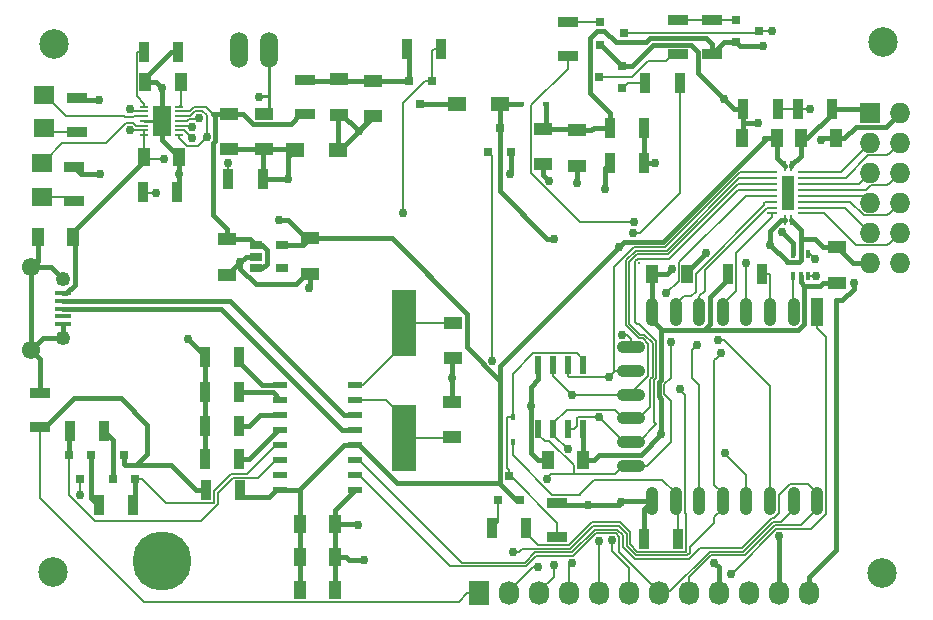
<source format=gtl>
G04 #@! TF.FileFunction,Copper,L1,Top,Signal*
%FSLAX46Y46*%
G04 Gerber Fmt 4.6, Leading zero omitted, Abs format (unit mm)*
G04 Created by KiCad (PCBNEW (2015-07-29 BZR 6016)-product) date Sat 12 Mar 2016 01:35:20 AM PST*
%MOMM*%
G01*
G04 APERTURE LIST*
%ADD10C,0.150000*%
%ADD11R,0.900000X1.700000*%
%ADD12C,2.500000*%
%ADD13R,1.143000X0.508000*%
%ADD14R,1.600000X1.000000*%
%ADD15O,1.506220X3.014980*%
%ADD16R,1.350000X0.400000*%
%ADD17C,1.250000*%
%ADD18C,1.550000*%
%ADD19R,0.600000X1.550000*%
%ADD20O,2.400000X1.100000*%
%ADD21R,1.100000X2.400000*%
%ADD22O,1.100000X2.400000*%
%ADD23R,0.590000X0.450000*%
%ADD24R,1.000000X1.600000*%
%ADD25R,1.600200X1.198880*%
%ADD26R,1.727200X2.032000*%
%ADD27O,1.727200X2.032000*%
%ADD28R,1.727200X1.727200*%
%ADD29O,1.727200X1.727200*%
%ADD30R,1.700000X0.900000*%
%ADD31R,2.100580X5.600700*%
%ADD32R,0.240000X0.900000*%
%ADD33R,0.900000X0.240000*%
%ADD34R,1.000000X2.900000*%
%ADD35R,1.800860X1.597660*%
%ADD36R,0.450000X0.590000*%
%ADD37R,0.800100X0.800100*%
%ADD38R,1.060000X0.650000*%
%ADD39R,0.700000X0.200000*%
%ADD40R,1.650000X2.500000*%
%ADD41R,0.398780X0.749300*%
%ADD42C,5.000000*%
%ADD43C,0.762000*%
%ADD44C,0.152400*%
%ADD45C,0.381000*%
%ADD46C,0.254000*%
G04 APERTURE END LIST*
D10*
D11*
X103750000Y-81200000D03*
X106650000Y-81200000D03*
D12*
X124000000Y-39100000D03*
X123900000Y-84100000D03*
X53700000Y-84000000D03*
X53800000Y-39300000D03*
D13*
X72925000Y-77045000D03*
X72925000Y-74505000D03*
X72925000Y-73235000D03*
X72925000Y-71965000D03*
X72925000Y-70695000D03*
X72925000Y-69425000D03*
X72925000Y-68155000D03*
X79275000Y-68155000D03*
X79275000Y-69425000D03*
X79275000Y-70695000D03*
X79275000Y-71965000D03*
X79275000Y-73235000D03*
X79275000Y-74505000D03*
X79275000Y-75775000D03*
X79275000Y-77045000D03*
X72925000Y-75775000D03*
D11*
X66550000Y-68800000D03*
X69450000Y-68800000D03*
D14*
X68450000Y-55850000D03*
X68450000Y-58850000D03*
D15*
X71970000Y-39800000D03*
X69430000Y-39800000D03*
D16*
X54562540Y-60399100D03*
X54562540Y-61049100D03*
X54562540Y-61699100D03*
X54562540Y-62349100D03*
X54562540Y-62999100D03*
D17*
X54562540Y-59199100D03*
X54562540Y-64199100D03*
D18*
X51862540Y-58199100D03*
X51862540Y-65199100D03*
D19*
X98605000Y-66500000D03*
X97335000Y-66500000D03*
X96065000Y-66500000D03*
X94795000Y-66500000D03*
X94795000Y-71900000D03*
X96065000Y-71900000D03*
X97335000Y-71900000D03*
X98605000Y-71900000D03*
D20*
X102650000Y-64990000D03*
X102650000Y-66990000D03*
X102650000Y-68990000D03*
X102650000Y-70990000D03*
X102650000Y-72990000D03*
X102650000Y-74990000D03*
D21*
X118400000Y-62000000D03*
D22*
X116400000Y-62000000D03*
X114400000Y-62000000D03*
X112400000Y-62000000D03*
X110400000Y-62000000D03*
X108400000Y-62000000D03*
X106400000Y-62000000D03*
X104400000Y-62000000D03*
X104400000Y-78000000D03*
X106400000Y-78000000D03*
X108400000Y-78000000D03*
X110400000Y-78000000D03*
X112400000Y-78000000D03*
X114400000Y-78000000D03*
X116400000Y-78000000D03*
X118400000Y-78000000D03*
D23*
X95455000Y-44400000D03*
X93345000Y-44400000D03*
D14*
X75450000Y-55750000D03*
X75450000Y-58750000D03*
D24*
X74600000Y-79900000D03*
X77600000Y-79900000D03*
X104400000Y-58800000D03*
X107400000Y-58800000D03*
X95600000Y-74500000D03*
X98600000Y-74500000D03*
X112000000Y-47300000D03*
X115000000Y-47300000D03*
X55400000Y-55600000D03*
X52400000Y-55600000D03*
D14*
X80800000Y-42400000D03*
X80800000Y-45400000D03*
D24*
X74600000Y-82700000D03*
X77600000Y-82700000D03*
X74600000Y-85500000D03*
X77600000Y-85500000D03*
D14*
X98100000Y-46600000D03*
X98100000Y-49600000D03*
X120100000Y-59500000D03*
X120100000Y-56500000D03*
X77900000Y-42300000D03*
X77900000Y-45300000D03*
X87500000Y-72600000D03*
X87500000Y-69600000D03*
X87600000Y-62900000D03*
X87600000Y-65900000D03*
X95200000Y-46500000D03*
X95200000Y-49500000D03*
D25*
X87899140Y-44400000D03*
X91500860Y-44400000D03*
D26*
X89800000Y-85800000D03*
D27*
X92340000Y-85800000D03*
X94880000Y-85800000D03*
X97420000Y-85800000D03*
X99960000Y-85800000D03*
X102500000Y-85800000D03*
X105040000Y-85800000D03*
X107580000Y-85800000D03*
X110120000Y-85800000D03*
X112660000Y-85800000D03*
X115200000Y-85800000D03*
X117740000Y-85800000D03*
D28*
X122900000Y-45100000D03*
D29*
X125440000Y-45100000D03*
X122900000Y-47640000D03*
X125440000Y-47640000D03*
X122900000Y-50180000D03*
X125440000Y-50180000D03*
X122900000Y-52720000D03*
X125440000Y-52720000D03*
X122900000Y-55260000D03*
X125440000Y-55260000D03*
X122900000Y-57800000D03*
X125440000Y-57800000D03*
D11*
X69550000Y-77100000D03*
X66650000Y-77100000D03*
X110850000Y-58800000D03*
X113750000Y-58800000D03*
D30*
X75000000Y-45250000D03*
X75000000Y-42350000D03*
D11*
X86550000Y-39700000D03*
X83650000Y-39700000D03*
X66550000Y-74400000D03*
X69450000Y-74400000D03*
X100850000Y-46400000D03*
X103750000Y-46400000D03*
X103750000Y-49400000D03*
X100850000Y-49400000D03*
X66550000Y-71600000D03*
X69450000Y-71600000D03*
X103850000Y-42600000D03*
X106750000Y-42600000D03*
D30*
X106600000Y-37250000D03*
X106600000Y-40150000D03*
X97300000Y-37450000D03*
X97300000Y-40350000D03*
X109500000Y-40150000D03*
X109500000Y-37250000D03*
D11*
X112150000Y-44800000D03*
X115050000Y-44800000D03*
X116750000Y-44800000D03*
X119650000Y-44800000D03*
X66550000Y-65800000D03*
X69450000Y-65800000D03*
X58050000Y-72100000D03*
X55150000Y-72100000D03*
X57550000Y-78300000D03*
X60450000Y-78300000D03*
D31*
X83400000Y-72648860D03*
X83400000Y-62951140D03*
D32*
X115650000Y-49600000D03*
X116150000Y-49600000D03*
D33*
X117200000Y-50150000D03*
X117200000Y-50650000D03*
X117200000Y-51150000D03*
X117200000Y-51650000D03*
X117200000Y-52150000D03*
X117200000Y-52650000D03*
X117200000Y-53150000D03*
X117200000Y-53650000D03*
D32*
X116150000Y-54200000D03*
X115650000Y-54200000D03*
D33*
X114600000Y-53650000D03*
X114600000Y-53150000D03*
X114600000Y-52650000D03*
X114600000Y-52150000D03*
X114600000Y-51650000D03*
X114600000Y-51150000D03*
X114600000Y-50650000D03*
X114600000Y-50150000D03*
D34*
X115900000Y-51900000D03*
D24*
X117000000Y-47300000D03*
X120000000Y-47300000D03*
X61400000Y-48900000D03*
X64400000Y-48900000D03*
X64500000Y-42500000D03*
X61500000Y-42500000D03*
D14*
X68600000Y-45200000D03*
X68600000Y-48200000D03*
X71600000Y-45200000D03*
X71600000Y-48200000D03*
D35*
X52900000Y-46419860D03*
X52900000Y-43580140D03*
X52800000Y-52219860D03*
X52800000Y-49380140D03*
D36*
X92600000Y-70845000D03*
X92600000Y-72955000D03*
D25*
X77800860Y-48300000D03*
X74199140Y-48300000D03*
D37*
X101900760Y-43050000D03*
X101900760Y-41150000D03*
X99901780Y-42100000D03*
X111499240Y-37250000D03*
X111499240Y-39150000D03*
X113498220Y-38200000D03*
X99999240Y-37450000D03*
X99999240Y-39350000D03*
X101998220Y-38400000D03*
X85750000Y-42399240D03*
X83850000Y-42399240D03*
X84800000Y-44398220D03*
X90550000Y-48400760D03*
X92450000Y-48400760D03*
X91500000Y-46401780D03*
X91350000Y-77900760D03*
X93250000Y-77900760D03*
X92300000Y-75901780D03*
X58750000Y-76100760D03*
X60650000Y-76100760D03*
X59700000Y-74101780D03*
X56950000Y-74099240D03*
X55050000Y-74099240D03*
X56000000Y-76098220D03*
D11*
X61400000Y-40000000D03*
X64300000Y-40000000D03*
X61300000Y-51800000D03*
X64200000Y-51800000D03*
X68550000Y-50700000D03*
X71450000Y-50700000D03*
D30*
X55700000Y-43850000D03*
X55700000Y-46750000D03*
X55500000Y-49700000D03*
X55500000Y-52600000D03*
D11*
X93750000Y-80300000D03*
X90850000Y-80300000D03*
D30*
X96400000Y-81050000D03*
X96400000Y-78150000D03*
D38*
X70900000Y-56350000D03*
X70900000Y-57300000D03*
X70900000Y-58250000D03*
X73100000Y-58250000D03*
X73100000Y-56350000D03*
D39*
X61400000Y-44600000D03*
X61400000Y-45000000D03*
X61400000Y-45400000D03*
X61400000Y-45800000D03*
X61400000Y-46200000D03*
X61400000Y-46600000D03*
X61400000Y-47000000D03*
X64400000Y-47000000D03*
X64400000Y-46600000D03*
X64400000Y-46200000D03*
X64400000Y-45800000D03*
X64400000Y-45400000D03*
X64400000Y-45000000D03*
X64400000Y-44600000D03*
D40*
X62900000Y-45800000D03*
D41*
X117650240Y-57050040D03*
X117000000Y-57050040D03*
X116349760Y-57050040D03*
X116349760Y-58949960D03*
X117000000Y-58949960D03*
X117650240Y-58949960D03*
D30*
X52600000Y-68850000D03*
X52600000Y-71750000D03*
D42*
X62900000Y-83100000D03*
D43*
X72800000Y-54200006D03*
X106061779Y-58381019D03*
X101599976Y-56500000D03*
X105200000Y-72352765D03*
X109700000Y-83200000D03*
X57600000Y-44000000D03*
X57700000Y-50300000D03*
X98983800Y-78300000D03*
X101800004Y-78100000D03*
X62900000Y-43019000D03*
X64400000Y-50322480D03*
X109000000Y-57000000D03*
X110475898Y-43956898D03*
X80000000Y-83000000D03*
X79500000Y-80000000D03*
X87500000Y-67546756D03*
X65100000Y-64300000D03*
X75400000Y-60000000D03*
X69529063Y-57770937D03*
X73600000Y-50700000D03*
X94152099Y-69934759D03*
X114400000Y-56300000D03*
X118700000Y-47400000D03*
X113400000Y-46000000D03*
X106763500Y-68542321D03*
X101873247Y-63935379D03*
X113800000Y-39500000D03*
X121500000Y-59500000D03*
X102822033Y-55265720D03*
X108200000Y-64800000D03*
X92600000Y-82300000D03*
X56000000Y-77500000D03*
X110268439Y-65490380D03*
X118300000Y-58900000D03*
X102900220Y-54354657D03*
X110000000Y-64400000D03*
X115400000Y-55200000D03*
X104626414Y-49372935D03*
X117800000Y-44800000D03*
X118200000Y-57500000D03*
X115200000Y-80977740D03*
X96100000Y-55800000D03*
X101031979Y-81320579D03*
X100800000Y-67500000D03*
X97600004Y-69000000D03*
X97595109Y-83252649D03*
X97300000Y-73600000D03*
X96100000Y-83400000D03*
X99900000Y-81399996D03*
X99900000Y-70900000D03*
X94783210Y-83619238D03*
X106000000Y-64500000D03*
X105600000Y-60400000D03*
X95490380Y-76100000D03*
X111099996Y-84200000D03*
X83300000Y-53600000D03*
X112400000Y-57800000D03*
X110561551Y-73954750D03*
X90900000Y-66100000D03*
X114600000Y-38200000D03*
X66719221Y-47179836D03*
X71100000Y-43800000D03*
X60199992Y-44800000D03*
X60200000Y-46600000D03*
X63100000Y-49000000D03*
X65500000Y-47300000D03*
X95725325Y-50874675D03*
X79614405Y-46687115D03*
X100459558Y-51534766D03*
X92400000Y-50300000D03*
X98100000Y-51100000D03*
X65495076Y-46285602D03*
X62400000Y-51900000D03*
X66036383Y-45548625D03*
X68500000Y-49400000D03*
D44*
X103328601Y-57771399D02*
X103300000Y-57800000D01*
X66682956Y-44634214D02*
X67248742Y-45200000D01*
X65251732Y-45000000D02*
X65617518Y-44634214D01*
D45*
X67248742Y-53767742D02*
X68450000Y-54969000D01*
X67443122Y-47527309D02*
X67248742Y-47721689D01*
X67443122Y-45394380D02*
X67443122Y-47527309D01*
D44*
X64400000Y-45000000D02*
X65251732Y-45000000D01*
D45*
X67248742Y-47721689D02*
X67248742Y-53767742D01*
X67248742Y-45200000D02*
X67443122Y-45394380D01*
D44*
X65617518Y-44634214D02*
X66682956Y-44634214D01*
D45*
X68450000Y-54969000D02*
X68450000Y-55850000D01*
D46*
X67238742Y-45190000D02*
X67248742Y-45200000D01*
D45*
X70900000Y-56350000D02*
X71422222Y-56350000D01*
X71422222Y-56350000D02*
X71772901Y-56700679D01*
X71772901Y-56700679D02*
X71772901Y-57899321D01*
X71772901Y-57899321D02*
X71422222Y-58250000D01*
X71422222Y-58250000D02*
X70900000Y-58250000D01*
X68450000Y-55850000D02*
X70400000Y-55850000D01*
X70400000Y-55850000D02*
X70900000Y-56350000D01*
X67248742Y-45200000D02*
X68600000Y-45200000D01*
X75000000Y-45250000D02*
X74600000Y-45250000D01*
X74600000Y-45250000D02*
X73807099Y-46042901D01*
X73807099Y-46042901D02*
X70623901Y-46042901D01*
X70623901Y-46042901D02*
X69781000Y-45200000D01*
X69781000Y-45200000D02*
X68600000Y-45200000D01*
D44*
X108442833Y-81980781D02*
X107513995Y-82909619D01*
X97628503Y-82338221D02*
X94492845Y-82338221D01*
X114697409Y-79453711D02*
X114528620Y-79453712D01*
X118400000Y-78000000D02*
X118400000Y-77350000D01*
X99560555Y-80406169D02*
X97628503Y-82338221D01*
X115178610Y-77470270D02*
X115178610Y-78972510D01*
X79592500Y-74505000D02*
X79275000Y-74505000D01*
X118400000Y-77350000D02*
X117621390Y-76571390D01*
X112001551Y-81980781D02*
X108442833Y-81980781D01*
X117621390Y-76571390D02*
X116077490Y-76571390D01*
X116077490Y-76571390D02*
X115178610Y-77470270D01*
X115178610Y-78972510D02*
X114697409Y-79453711D01*
X114528620Y-79453712D02*
X112001551Y-81980781D01*
X102942895Y-82909619D02*
X101946389Y-81913113D01*
X101946389Y-81913113D02*
X101946389Y-80901714D01*
X101946389Y-80901714D02*
X101450845Y-80406169D01*
X88287500Y-83200000D02*
X79592500Y-74505000D01*
X107513995Y-82909619D02*
X102942895Y-82909619D01*
X94492845Y-82338221D02*
X93631066Y-83200000D01*
X93631066Y-83200000D02*
X88287500Y-83200000D01*
X101450845Y-80406169D02*
X99560555Y-80406169D01*
X109407391Y-82590399D02*
X107580000Y-84417790D01*
X112254065Y-82590399D02*
X109407391Y-82590399D01*
X116986670Y-80063330D02*
X114781134Y-80063330D01*
X118400000Y-78650000D02*
X116986670Y-80063330D01*
X118400000Y-78000000D02*
X118400000Y-78650000D01*
X114781134Y-80063330D02*
X112254065Y-82590399D01*
X107580000Y-84631600D02*
X107580000Y-85800000D01*
X107580000Y-84417790D02*
X107580000Y-84631600D01*
X99686812Y-80710978D02*
X97754761Y-82643029D01*
X93757322Y-83504810D02*
X87322310Y-83504810D01*
X101641580Y-81027970D02*
X101324588Y-80710978D01*
X101641580Y-82339370D02*
X101641580Y-81027970D01*
X101324588Y-80710978D02*
X99686812Y-80710978D01*
X105040000Y-85647600D02*
X104949810Y-85647600D01*
X79592500Y-75775000D02*
X79275000Y-75775000D01*
X104949810Y-85647600D02*
X101641580Y-82339370D01*
X97754761Y-82643029D02*
X94619103Y-82643029D01*
X94619103Y-82643029D02*
X93757322Y-83504810D01*
X87322310Y-83504810D02*
X79592500Y-75775000D01*
X105919124Y-85647600D02*
X105040000Y-85647600D01*
X114654877Y-79758521D02*
X112127808Y-82285590D01*
X116400000Y-78650000D02*
X115291479Y-79758521D01*
X115291479Y-79758521D02*
X114654877Y-79758521D01*
X109281134Y-82285590D02*
X105919124Y-85647600D01*
X112127808Y-82285590D02*
X109281134Y-82285590D01*
X116400000Y-78000000D02*
X116400000Y-78650000D01*
X105040000Y-85647600D02*
X105040000Y-85800000D01*
D45*
X73338815Y-54200006D02*
X72800000Y-54200006D01*
X73600006Y-54200006D02*
X73338815Y-54200006D01*
X75150000Y-55750000D02*
X73600006Y-54200006D01*
X75450000Y-55750000D02*
X75150000Y-55750000D01*
X105200000Y-67757715D02*
X105011730Y-67945986D01*
X105011731Y-69130918D02*
X105200000Y-69319187D01*
X105200000Y-63450000D02*
X105200000Y-67757715D01*
X105200000Y-69319187D02*
X105200000Y-71813950D01*
X105200000Y-71813950D02*
X105200000Y-72352765D01*
X105011730Y-67945986D02*
X105011731Y-69130918D01*
X105642798Y-58800000D02*
X105680780Y-58762018D01*
X104400000Y-58800000D02*
X105642798Y-58800000D01*
X105680780Y-58762018D02*
X106061779Y-58381019D01*
X115000000Y-47300000D02*
X114119000Y-47300000D01*
X105357346Y-56061654D02*
X102038322Y-56061654D01*
X114119000Y-47300000D02*
X105357346Y-56061654D01*
X102038322Y-56061654D02*
X101980975Y-56119001D01*
X101980975Y-56119001D02*
X101599976Y-56500000D01*
X115000000Y-47300000D02*
X113883025Y-47300000D01*
X91557049Y-67802498D02*
X91557049Y-66542927D01*
X101218977Y-56880999D02*
X101599976Y-56500000D01*
X91557049Y-66542927D02*
X101218977Y-56880999D01*
X91557049Y-76304140D02*
X91557049Y-67802498D01*
X88742901Y-62125679D02*
X82367222Y-55750000D01*
X91557049Y-67802498D02*
X88742901Y-64988350D01*
X76631000Y-55750000D02*
X75450000Y-55750000D01*
X88742901Y-64988350D02*
X88742901Y-62125679D01*
X82367222Y-55750000D02*
X76631000Y-55750000D01*
X91557049Y-76576151D02*
X91557049Y-76304140D01*
X82857500Y-76500000D02*
X91361189Y-76500000D01*
X91361189Y-76500000D02*
X91557049Y-76304140D01*
X79592500Y-73235000D02*
X82857500Y-76500000D01*
X110120000Y-83620000D02*
X109700000Y-83200000D01*
X110120000Y-85800000D02*
X110120000Y-83620000D01*
X71972500Y-77680000D02*
X72607500Y-77045000D01*
X72607500Y-77045000D02*
X72925000Y-77045000D01*
X69730000Y-77680000D02*
X71972500Y-77680000D01*
X69550000Y-77500000D02*
X69730000Y-77680000D01*
X69550000Y-77100000D02*
X69550000Y-77500000D01*
X74600000Y-85500000D02*
X74600000Y-82700000D01*
X74512500Y-77045000D02*
X74600000Y-77132500D01*
X74600000Y-77132500D02*
X74600000Y-82700000D01*
X74600000Y-77132500D02*
X74600000Y-79900000D01*
X79275000Y-73235000D02*
X78322500Y-73235000D01*
X78322500Y-73235000D02*
X74512500Y-77045000D01*
X74512500Y-77045000D02*
X73877500Y-77045000D01*
X73877500Y-77045000D02*
X72925000Y-77045000D01*
X79592500Y-73235000D02*
X79275000Y-73235000D01*
X57600000Y-44000000D02*
X55850000Y-44000000D01*
X55850000Y-44000000D02*
X55700000Y-43850000D01*
X57700000Y-50300000D02*
X56100000Y-50300000D01*
X56100000Y-50300000D02*
X55500000Y-49700000D01*
X73100000Y-56350000D02*
X74850000Y-56350000D01*
X74850000Y-56350000D02*
X75450000Y-55750000D01*
X92881658Y-77900760D02*
X91557049Y-76576151D01*
X93250000Y-77900760D02*
X92881658Y-77900760D01*
X115000000Y-47300000D02*
X115000000Y-48950000D01*
X115000000Y-48950000D02*
X115650000Y-49600000D01*
X117292910Y-59783892D02*
X118635108Y-59783892D01*
X118635108Y-59783892D02*
X118919000Y-59500000D01*
X118919000Y-59500000D02*
X120100000Y-59500000D01*
X117000000Y-58949960D02*
X117000000Y-59490982D01*
X117000000Y-59490982D02*
X117292910Y-59783892D01*
X117292910Y-59783892D02*
X117292910Y-63019855D01*
X117292910Y-63019855D02*
X116769855Y-63542910D01*
X116769855Y-63542910D02*
X108769855Y-63542910D01*
X105200000Y-63450000D02*
X105292910Y-63542910D01*
X105292910Y-63542910D02*
X108769855Y-63542910D01*
X108769855Y-63542910D02*
X109292910Y-63019855D01*
X109292910Y-60757090D02*
X110850000Y-59200000D01*
X109292910Y-63019855D02*
X109292910Y-60757090D01*
X110850000Y-59200000D02*
X110850000Y-58800000D01*
X98600000Y-74500000D02*
X98600000Y-71905000D01*
X98600000Y-71905000D02*
X98605000Y-71900000D01*
X105200000Y-72352765D02*
X103455675Y-74097090D01*
X99883910Y-74097090D02*
X99481000Y-74500000D01*
X99481000Y-74500000D02*
X98600000Y-74500000D01*
X103455675Y-74097090D02*
X99883910Y-74097090D01*
X104400000Y-62650000D02*
X105200000Y-63450000D01*
X104400000Y-62000000D02*
X104400000Y-62650000D01*
X104400000Y-62000000D02*
X104400000Y-58800000D01*
X117023901Y-55816168D02*
X117000000Y-55792267D01*
X117000000Y-57050040D02*
X117023901Y-57026139D01*
X117023901Y-57026139D02*
X117023901Y-55816168D01*
X98983800Y-78300000D02*
X101600004Y-78300000D01*
X96550000Y-78300000D02*
X98983800Y-78300000D01*
X96400000Y-78150000D02*
X96550000Y-78300000D01*
X101600004Y-78300000D02*
X101800004Y-78100000D01*
X104400000Y-78000000D02*
X101900004Y-78000000D01*
X101900004Y-78000000D02*
X101800004Y-78100000D01*
X64400000Y-50322480D02*
X64400000Y-51600000D01*
X64400000Y-48900000D02*
X64400000Y-50322480D01*
X107400000Y-58800000D02*
X107400000Y-58600000D01*
X107400000Y-58600000D02*
X109000000Y-57000000D01*
X110475898Y-43956898D02*
X111319000Y-44800000D01*
X108307099Y-41788099D02*
X110475898Y-43956898D01*
X108307099Y-39939877D02*
X108307099Y-41788099D01*
X101900760Y-41150000D02*
X102681810Y-41150000D01*
X102681810Y-41150000D02*
X104474711Y-39357099D01*
X104474711Y-39357099D02*
X107724321Y-39357099D01*
X107724321Y-39357099D02*
X108307099Y-39939877D01*
X111319000Y-44800000D02*
X112150000Y-44800000D01*
X71450000Y-50700000D02*
X71450000Y-48350000D01*
X71450000Y-48350000D02*
X71600000Y-48200000D01*
X73600000Y-50700000D02*
X73600000Y-48899140D01*
X73600000Y-48899140D02*
X74199140Y-48300000D01*
X71600000Y-48200000D02*
X74099140Y-48200000D01*
X74099140Y-48200000D02*
X74199140Y-48300000D01*
X78781000Y-83000000D02*
X80000000Y-83000000D01*
X77600000Y-82700000D02*
X78481000Y-82700000D01*
X78481000Y-82700000D02*
X78781000Y-83000000D01*
X77600000Y-79900000D02*
X79400000Y-79900000D01*
X79400000Y-79900000D02*
X79500000Y-80000000D01*
X87500000Y-67546756D02*
X87500000Y-66000000D01*
X87500000Y-69600000D02*
X87500000Y-67546756D01*
X87500000Y-66000000D02*
X87600000Y-65900000D01*
X66550000Y-71600000D02*
X66550000Y-65750000D01*
X66550000Y-65750000D02*
X65100000Y-64300000D01*
X66550000Y-71600000D02*
X66550000Y-65800000D01*
X66550000Y-71600000D02*
X66550000Y-68800000D01*
X66550000Y-74400000D02*
X66550000Y-71600000D01*
X77600000Y-79900000D02*
X77600000Y-78720000D01*
X77600000Y-78720000D02*
X79275000Y-77045000D01*
X77600000Y-82700000D02*
X77600000Y-79900000D01*
X77600000Y-85500000D02*
X77600000Y-82700000D01*
X52600000Y-68850000D02*
X52600000Y-65936560D01*
X52600000Y-65936560D02*
X51862540Y-65199100D01*
X54562540Y-64199100D02*
X52862540Y-64199100D01*
X52862540Y-64199100D02*
X51862540Y-65199100D01*
X54562540Y-64199100D02*
X54562540Y-62999100D01*
X51862540Y-58199100D02*
X51862540Y-65199100D01*
X51862540Y-58199100D02*
X53562540Y-58199100D01*
X53562540Y-58199100D02*
X54562540Y-59199100D01*
X52400000Y-55600000D02*
X52400000Y-57661640D01*
X52400000Y-57661640D02*
X51862540Y-58199100D01*
D46*
X61400000Y-45800000D02*
X62900000Y-45800000D01*
D45*
X61500000Y-42500000D02*
X61500000Y-42200000D01*
X63700000Y-40000000D02*
X64300000Y-40000000D01*
X61500000Y-42200000D02*
X63700000Y-40000000D01*
X64400000Y-51600000D02*
X64200000Y-51800000D01*
X62900000Y-45800000D02*
X62900000Y-43019000D01*
X62900000Y-43019000D02*
X62381000Y-42500000D01*
X62381000Y-42500000D02*
X61500000Y-42500000D01*
X62900000Y-45800000D02*
X62900000Y-47400000D01*
X62900000Y-47400000D02*
X64400000Y-48900000D01*
X75450000Y-58750000D02*
X75450000Y-59950000D01*
X75450000Y-59950000D02*
X75400000Y-60000000D01*
X69529063Y-57770937D02*
X69529063Y-58309752D01*
X69529063Y-58309752D02*
X70850311Y-59631000D01*
X70850311Y-59631000D02*
X74269000Y-59631000D01*
X74269000Y-59631000D02*
X75150000Y-58750000D01*
X75150000Y-58750000D02*
X75450000Y-58750000D01*
X69529063Y-57770937D02*
X70000000Y-57300000D01*
X68450000Y-58850000D02*
X69529063Y-57770937D01*
X70000000Y-57300000D02*
X70900000Y-57300000D01*
X71450000Y-50700000D02*
X73600000Y-50700000D01*
X71450000Y-50300000D02*
X71450000Y-50700000D01*
X71600000Y-48200000D02*
X68600000Y-48200000D01*
X71700000Y-48100000D02*
X71600000Y-48200000D01*
X99999240Y-39350000D02*
X100100760Y-39350000D01*
X100100760Y-39350000D02*
X101900760Y-41150000D01*
X94152099Y-69934759D02*
X94152099Y-68298901D01*
X94152099Y-73933099D02*
X94152099Y-69934759D01*
X95600000Y-74500000D02*
X94719000Y-74500000D01*
X94719000Y-74500000D02*
X94152099Y-73933099D01*
X94795000Y-67656000D02*
X94795000Y-66500000D01*
X94152099Y-68298901D02*
X94795000Y-67656000D01*
X103750000Y-81200000D02*
X103750000Y-78650000D01*
X103750000Y-78650000D02*
X104400000Y-78000000D01*
X120000000Y-47300000D02*
X118800000Y-47300000D01*
X118800000Y-47300000D02*
X118700000Y-47400000D01*
X112150000Y-46011414D02*
X112150000Y-47150000D01*
X112150000Y-44800000D02*
X112150000Y-46011414D01*
X113388586Y-46011414D02*
X113400000Y-46000000D01*
X112150000Y-46011414D02*
X113388586Y-46011414D01*
X112150000Y-47150000D02*
X112000000Y-47300000D01*
X115300000Y-54200000D02*
X115650000Y-54200000D01*
X114400000Y-55100000D02*
X115300000Y-54200000D01*
X114400000Y-56300000D02*
X114400000Y-55100000D01*
X115799011Y-57699011D02*
X114400000Y-56300000D01*
X115876049Y-57767591D02*
X115807469Y-57699011D01*
X115807469Y-57699011D02*
X115799011Y-57699011D01*
X117000000Y-57050040D02*
X117000000Y-57591062D01*
X117000000Y-57591062D02*
X116823471Y-57767591D01*
X116823471Y-57767591D02*
X115876049Y-57767591D01*
X120100000Y-56500000D02*
X121400000Y-57800000D01*
X121400000Y-57800000D02*
X122900000Y-57800000D01*
X125440000Y-45100000D02*
X124233499Y-46306501D01*
X124233499Y-46306501D02*
X121674499Y-46306501D01*
X121674499Y-46306501D02*
X120681000Y-47300000D01*
X120681000Y-47300000D02*
X120000000Y-47300000D01*
X117000000Y-55792267D02*
X117000000Y-55050000D01*
X117000000Y-55792267D02*
X118211267Y-55792267D01*
X118211267Y-55792267D02*
X118919000Y-56500000D01*
X118919000Y-56500000D02*
X120100000Y-56500000D01*
X117000000Y-55050000D02*
X116150000Y-54200000D01*
X119650000Y-44800000D02*
X119650000Y-45200000D01*
X119650000Y-45200000D02*
X117550000Y-47300000D01*
X117550000Y-47300000D02*
X117000000Y-47300000D01*
X117000000Y-47300000D02*
X117000000Y-48750000D01*
X117000000Y-48750000D02*
X116183408Y-49566592D01*
X116183408Y-49566592D02*
X116183408Y-49600000D01*
X119650000Y-44800000D02*
X122600000Y-44800000D01*
X122600000Y-44800000D02*
X122900000Y-45100000D01*
X78322500Y-70695000D02*
X79275000Y-70695000D01*
X68676600Y-61049100D02*
X78322500Y-70695000D01*
X54562540Y-61049100D02*
X68676600Y-61049100D01*
X54562540Y-61699100D02*
X67911822Y-61699100D01*
X67911822Y-61699100D02*
X78177722Y-71965000D01*
X78177722Y-71965000D02*
X78322500Y-71965000D01*
X78322500Y-71965000D02*
X79275000Y-71965000D01*
D44*
X93750000Y-80300000D02*
X93750000Y-80700000D01*
X93750000Y-80700000D02*
X94778601Y-81728601D01*
X102556007Y-81660598D02*
X103174009Y-82278601D01*
X94778601Y-81728601D02*
X97364191Y-81728601D01*
X103174009Y-82278601D02*
X107282881Y-82278601D01*
X97364191Y-81728601D02*
X99296241Y-79796551D01*
X107328601Y-79122501D02*
X107178610Y-78972510D01*
X99296241Y-79796551D02*
X101703358Y-79796551D01*
X101703358Y-79796551D02*
X102556007Y-80649203D01*
X102556007Y-80649203D02*
X102556007Y-81660598D01*
X107282881Y-82278601D02*
X107328601Y-82232881D01*
X107178610Y-68957431D02*
X107144499Y-68923320D01*
X107328601Y-82232881D02*
X107328601Y-79122501D01*
X107178610Y-78972510D02*
X107178610Y-68957431D01*
X107144499Y-68923320D02*
X106763500Y-68542321D01*
X102650000Y-64287600D02*
X102297779Y-63935379D01*
X102297779Y-63935379D02*
X101873247Y-63935379D01*
X102650000Y-64990000D02*
X102650000Y-64287600D01*
X116349760Y-58949960D02*
X116349760Y-61949760D01*
X116349760Y-61949760D02*
X116400000Y-62000000D01*
X113750000Y-58800000D02*
X114352400Y-58800000D01*
X114352400Y-58800000D02*
X114400000Y-58847600D01*
X114400000Y-58847600D02*
X114400000Y-60647600D01*
X114400000Y-60647600D02*
X114400000Y-62000000D01*
X108400000Y-60647600D02*
X108400000Y-62000000D01*
X108873800Y-58429130D02*
X108873800Y-60173800D01*
X114600000Y-53150000D02*
X114152930Y-53150000D01*
X108873800Y-60173800D02*
X108400000Y-60647600D01*
X114152930Y-53150000D02*
X108873800Y-58429130D01*
X107752400Y-60647600D02*
X107102400Y-60647600D01*
X108128601Y-58743263D02*
X108128601Y-60271399D01*
X113921399Y-52726201D02*
X113921398Y-52950466D01*
X114600000Y-52650000D02*
X113997600Y-52650000D01*
X113997600Y-52650000D02*
X113921399Y-52726201D01*
X107102400Y-60647600D02*
X106400000Y-61350000D01*
X106400000Y-61350000D02*
X106400000Y-62000000D01*
X108128601Y-60271399D02*
X107752400Y-60647600D01*
X113921398Y-52950466D02*
X108128601Y-58743263D01*
X117200000Y-50150000D02*
X120390000Y-50150000D01*
X120390000Y-50150000D02*
X122900000Y-47640000D01*
X117200000Y-50650000D02*
X120813542Y-50650000D01*
X120813542Y-50650000D02*
X122731341Y-48732201D01*
X122731341Y-48732201D02*
X124347799Y-48732201D01*
X124347799Y-48732201D02*
X124576401Y-48503599D01*
X124576401Y-48503599D02*
X125440000Y-47640000D01*
X117200000Y-51150000D02*
X121930000Y-51150000D01*
X121930000Y-51150000D02*
X122900000Y-50180000D01*
X117200000Y-51650000D02*
X122550000Y-51650000D01*
X122550000Y-51650000D02*
X122927799Y-51272201D01*
X122927799Y-51272201D02*
X124347799Y-51272201D01*
X124347799Y-51272201D02*
X124576401Y-51043599D01*
X124576401Y-51043599D02*
X125440000Y-50180000D01*
X117200000Y-52150000D02*
X122330000Y-52150000D01*
X122330000Y-52150000D02*
X122900000Y-52720000D01*
X117200000Y-52650000D02*
X121213542Y-52650000D01*
X121213542Y-52650000D02*
X122375743Y-53812201D01*
X122375743Y-53812201D02*
X124347799Y-53812201D01*
X124347799Y-53812201D02*
X124576401Y-53583599D01*
X124576401Y-53583599D02*
X125440000Y-52720000D01*
X117200000Y-53150000D02*
X120790000Y-53150000D01*
X120790000Y-53150000D02*
X122900000Y-55260000D01*
D45*
X109500000Y-39319000D02*
X109500000Y-40150000D01*
X104253766Y-38823689D02*
X109004689Y-38823689D01*
X101347534Y-39166636D02*
X103910819Y-39166636D01*
X99158829Y-38773089D02*
X99731918Y-38200000D01*
X99731918Y-38200000D02*
X100380898Y-38200000D01*
X103910819Y-39166636D02*
X104253766Y-38823689D01*
X100850000Y-46400000D02*
X100850000Y-45169000D01*
X109004689Y-38823689D02*
X109500000Y-39319000D01*
X100850000Y-45169000D02*
X99158829Y-43477829D01*
X99158829Y-43477829D02*
X99158829Y-38773089D01*
X100380898Y-38200000D02*
X101347534Y-39166636D01*
X113800000Y-39500000D02*
X111849240Y-39500000D01*
X111849240Y-39500000D02*
X111499240Y-39150000D01*
X120000000Y-61000000D02*
X120517222Y-61000000D01*
X120517222Y-61000000D02*
X121500000Y-60017222D01*
X121500000Y-60017222D02*
X121500000Y-59500000D01*
X120000000Y-82143000D02*
X120000000Y-61000000D01*
X117740000Y-85800000D02*
X117740000Y-84403000D01*
X117740000Y-84403000D02*
X120000000Y-82143000D01*
X98100000Y-46600000D02*
X99281000Y-46600000D01*
X99281000Y-46600000D02*
X99481000Y-46400000D01*
X99481000Y-46400000D02*
X100850000Y-46400000D01*
X95200000Y-46500000D02*
X98000000Y-46500000D01*
X98000000Y-46500000D02*
X98100000Y-46600000D01*
X95455000Y-44400000D02*
X95455000Y-46245000D01*
X95455000Y-46245000D02*
X95200000Y-46500000D01*
X111499240Y-39150000D02*
X110500000Y-39150000D01*
X110500000Y-39150000D02*
X109500000Y-40150000D01*
D44*
X106750000Y-42600000D02*
X106750000Y-51876568D01*
X103360848Y-55265720D02*
X102822033Y-55265720D01*
X106750000Y-51876568D02*
X103360848Y-55265720D01*
X106750000Y-42600000D02*
X106750000Y-51440316D01*
X107819001Y-65180999D02*
X108200000Y-64800000D01*
X107819001Y-67552277D02*
X107819001Y-65180999D01*
X108400000Y-78000000D02*
X108400000Y-68133276D01*
X108400000Y-68133276D02*
X107819001Y-67552277D01*
X110400000Y-78650000D02*
X110400000Y-78000000D01*
X109697600Y-79352400D02*
X110400000Y-78650000D01*
X107633411Y-81895190D02*
X109697600Y-79831001D01*
X102251199Y-81786856D02*
X103069152Y-82604809D01*
X109697600Y-79831001D02*
X109697600Y-79352400D01*
X107633411Y-82359137D02*
X107633411Y-81895190D01*
X107387739Y-82604809D02*
X107633411Y-82359137D01*
X102251198Y-80775458D02*
X102251199Y-81786856D01*
X103069152Y-82604809D02*
X107387739Y-82604809D01*
X101577101Y-80101359D02*
X102251198Y-80775458D01*
X93138815Y-82300000D02*
X93405404Y-82033411D01*
X99434299Y-80101359D02*
X101577101Y-80101359D01*
X97502247Y-82033411D02*
X99434299Y-80101359D01*
X92600000Y-82300000D02*
X93138815Y-82300000D01*
X93405404Y-82033411D02*
X97502247Y-82033411D01*
X110400000Y-77350000D02*
X109697600Y-76647600D01*
X109697600Y-66061219D02*
X109887440Y-65871379D01*
X109697600Y-76647600D02*
X109697600Y-66061219D01*
X110400000Y-78000000D02*
X110400000Y-77350000D01*
X109887440Y-65871379D02*
X110268439Y-65490380D01*
X56000000Y-76098220D02*
X56000000Y-77500000D01*
X118300000Y-58900000D02*
X117700200Y-58900000D01*
X117700200Y-58900000D02*
X117650240Y-58949960D01*
X98343175Y-54354657D02*
X102361405Y-54354657D01*
X94171399Y-50182881D02*
X98343175Y-54354657D01*
X97300000Y-41376482D02*
X94171399Y-44505083D01*
X102361405Y-54354657D02*
X102900220Y-54354657D01*
X94171399Y-44505083D02*
X94171399Y-50182881D01*
X97300000Y-40350000D02*
X97300000Y-41376482D01*
X110538815Y-64400000D02*
X110000000Y-64400000D01*
X114400000Y-68261185D02*
X110538815Y-64400000D01*
X114400000Y-78000000D02*
X114400000Y-68261185D01*
X103850000Y-42600000D02*
X102350760Y-42600000D01*
X102350760Y-42600000D02*
X101900760Y-43050000D01*
X100454230Y-42100000D02*
X99901780Y-42100000D01*
X106200000Y-40150000D02*
X105597600Y-40752400D01*
X102692711Y-42100000D02*
X100454230Y-42100000D01*
X106600000Y-40150000D02*
X106200000Y-40150000D01*
X105597600Y-40752400D02*
X104040311Y-40752400D01*
X104040311Y-40752400D02*
X102692711Y-42100000D01*
X111499240Y-37250000D02*
X106600000Y-37250000D01*
X111499240Y-37250000D02*
X110946790Y-37250000D01*
X110946790Y-37250000D02*
X109500000Y-37250000D01*
X99999240Y-37450000D02*
X99446790Y-37450000D01*
X99446790Y-37450000D02*
X97300000Y-37450000D01*
D45*
X115780999Y-55580999D02*
X115400000Y-55200000D01*
X116349760Y-56149760D02*
X115780999Y-55580999D01*
X116349760Y-57050040D02*
X116349760Y-56149760D01*
X104599349Y-49400000D02*
X104626414Y-49372935D01*
X103750000Y-49400000D02*
X104599349Y-49400000D01*
X103750000Y-46400000D02*
X103750000Y-49400000D01*
X84800000Y-44398220D02*
X87897360Y-44398220D01*
X87897360Y-44398220D02*
X87899140Y-44400000D01*
D44*
X84801780Y-44400000D02*
X84800000Y-44398220D01*
X116750000Y-44800000D02*
X115050000Y-44800000D01*
X117800000Y-44800000D02*
X116750000Y-44800000D01*
X117650240Y-57050040D02*
X117750040Y-57050040D01*
X117750040Y-57050040D02*
X118200000Y-57500000D01*
X83400000Y-72648860D02*
X87451140Y-72648860D01*
X87451140Y-72648860D02*
X87500000Y-72600000D01*
X79275000Y-69425000D02*
X81926200Y-69425000D01*
X81926200Y-69425000D02*
X83400000Y-70898800D01*
X83400000Y-70898800D02*
X83400000Y-72648860D01*
X79275000Y-68155000D02*
X79946200Y-68155000D01*
X79946200Y-68155000D02*
X83400000Y-64701200D01*
X83400000Y-64701200D02*
X83400000Y-62951140D01*
X83400000Y-62951140D02*
X87548860Y-62951140D01*
X87548860Y-62951140D02*
X87600000Y-62900000D01*
D45*
X115200000Y-85800000D02*
X115200000Y-80977740D01*
X96100000Y-55800000D02*
X95561185Y-55800000D01*
X95561185Y-55800000D02*
X91500000Y-51738815D01*
X91500000Y-51738815D02*
X91500000Y-47182830D01*
X91500000Y-47182830D02*
X91500000Y-46401780D01*
X91500860Y-44400000D02*
X93345000Y-44400000D01*
X91500000Y-46401780D02*
X91500000Y-44400860D01*
X91500000Y-44400860D02*
X91500860Y-44400000D01*
D44*
X102500000Y-85800000D02*
X102500000Y-83700000D01*
X101031979Y-81859394D02*
X101031979Y-81320579D01*
X101031979Y-82231979D02*
X101031979Y-81859394D01*
X102500000Y-83700000D02*
X101031979Y-82231979D01*
X101205245Y-58170491D02*
X101205245Y-66897645D01*
X114600000Y-50150000D02*
X111861711Y-50150000D01*
X102894974Y-56480762D02*
X101205245Y-58170491D01*
X101205245Y-66897645D02*
X101297600Y-66990000D01*
X111861711Y-50150000D02*
X105530949Y-56480762D01*
X105530949Y-56480762D02*
X102894974Y-56480762D01*
X100783999Y-67503601D02*
X101205245Y-67082355D01*
X101205245Y-67082355D02*
X101297600Y-66990000D01*
X102000000Y-66990000D02*
X102650000Y-66990000D01*
X97335000Y-66500000D02*
X97335000Y-67427400D01*
X97335000Y-67427400D02*
X97411201Y-67503601D01*
X97411201Y-67503601D02*
X100783999Y-67503601D01*
X101297600Y-66990000D02*
X102650000Y-66990000D01*
X98026267Y-68990000D02*
X101297600Y-68990000D01*
X97627600Y-68990000D02*
X98026267Y-68990000D01*
X98026267Y-68990000D02*
X97610004Y-68990000D01*
X97610004Y-68990000D02*
X97600004Y-69000000D01*
X97420000Y-83427758D02*
X97595109Y-83252649D01*
X102650000Y-68852874D02*
X102650000Y-68990000D01*
X97420000Y-85800000D02*
X97420000Y-83427758D01*
X104100000Y-64700000D02*
X104100000Y-67402874D01*
X104100000Y-67402874D02*
X102650000Y-68852874D01*
X103280324Y-64211390D02*
X103622510Y-64211390D01*
X102190381Y-63121447D02*
X103280324Y-64211390D01*
X102190381Y-57616421D02*
X102190381Y-63121447D01*
X105657205Y-56785572D02*
X103021230Y-56785572D01*
X111792777Y-50650000D02*
X105657205Y-56785572D01*
X114600000Y-50650000D02*
X111792777Y-50650000D01*
X103021230Y-56785572D02*
X102190381Y-57616421D01*
X103622510Y-64211390D02*
X104087325Y-64676205D01*
X103300000Y-68990000D02*
X102650000Y-68990000D01*
X96065000Y-66500000D02*
X96065000Y-67427400D01*
X96065000Y-67427400D02*
X97627600Y-68990000D01*
X101297600Y-68990000D02*
X102650000Y-68990000D01*
X105783463Y-57090380D02*
X103147488Y-57090380D01*
X103748767Y-63906581D02*
X104476080Y-64633894D01*
X103300000Y-70990000D02*
X102650000Y-70990000D01*
X111723843Y-51150000D02*
X105783463Y-57090380D01*
X102495190Y-62995190D02*
X103406580Y-63906580D01*
X104476080Y-67457860D02*
X104251079Y-67682861D01*
X102495190Y-57742678D02*
X102495190Y-62995190D01*
X103147488Y-57090380D02*
X102495190Y-57742678D01*
X104476080Y-64633894D02*
X104476080Y-67457860D01*
X103406580Y-63906580D02*
X103748767Y-63906581D01*
X104251079Y-67682861D02*
X104251079Y-70038921D01*
X114600000Y-51150000D02*
X111723843Y-51150000D01*
X104251079Y-70038921D02*
X103300000Y-70990000D01*
X103300000Y-70990000D02*
X102650000Y-70990000D01*
X97300000Y-73600000D02*
X96065000Y-72365000D01*
X96065000Y-72365000D02*
X96065000Y-71900000D01*
X94880000Y-85800000D02*
X94880000Y-85647600D01*
X94880000Y-85647600D02*
X96100000Y-84427600D01*
X96100000Y-84427600D02*
X96100000Y-83400000D01*
X102000000Y-70990000D02*
X102650000Y-70990000D01*
X97202400Y-70287600D02*
X101297600Y-70287600D01*
X96065000Y-71425000D02*
X97202400Y-70287600D01*
X96065000Y-71900000D02*
X96065000Y-71425000D01*
X101297600Y-70287600D02*
X102000000Y-70990000D01*
X99960000Y-81459996D02*
X99900000Y-81399996D01*
X99960000Y-85800000D02*
X99960000Y-81459996D01*
X104592620Y-67772386D02*
X104592620Y-71320840D01*
X111654909Y-51650000D02*
X105838319Y-57466590D01*
X103202344Y-57466590D02*
X102995190Y-57673744D01*
X102995190Y-57673744D02*
X102995190Y-62826256D01*
X103173744Y-63004810D02*
X103304810Y-63004810D01*
X102995190Y-62826256D02*
X103173744Y-63004810D01*
X104780890Y-64456259D02*
X104780890Y-67584116D01*
X104592620Y-71320840D02*
X104780890Y-71509110D01*
X105838319Y-57466590D02*
X103202344Y-57466590D01*
X104780890Y-64480890D02*
X104780890Y-67584116D01*
X114600000Y-51650000D02*
X111654909Y-51650000D01*
X103304810Y-63004810D02*
X104780890Y-64480890D01*
X104780890Y-67584116D02*
X104592620Y-67772386D01*
X104780890Y-71509110D02*
X103300000Y-72990000D01*
X103300000Y-72990000D02*
X102650000Y-72990000D01*
X104780890Y-71509110D02*
X103300000Y-72990000D01*
X103300000Y-72990000D02*
X102650000Y-72990000D01*
X99906399Y-70896399D02*
X102000000Y-72990000D01*
X102000000Y-72990000D02*
X102650000Y-72990000D01*
X97335000Y-71900000D02*
X97787400Y-71900000D01*
X97787400Y-71900000D02*
X98076399Y-71611001D01*
X98122119Y-70896399D02*
X99906399Y-70896399D01*
X98076399Y-71611001D02*
X98076399Y-70942119D01*
X98076399Y-70942119D02*
X98122119Y-70896399D01*
X97335000Y-71900000D02*
X97335000Y-72375000D01*
X97335000Y-71425000D02*
X97335000Y-71900000D01*
X105430839Y-68119586D02*
X105430840Y-68957317D01*
X106000000Y-64500000D02*
X106000000Y-67550425D01*
X104002400Y-74990000D02*
X102650000Y-74990000D01*
X106000000Y-67550425D02*
X105430839Y-68119586D01*
X92340000Y-85647600D02*
X94368362Y-83619238D01*
X106000000Y-72992400D02*
X104002400Y-74990000D01*
X94368362Y-83619238D02*
X94783210Y-83619238D01*
X105430840Y-68957317D02*
X106000000Y-69526477D01*
X92340000Y-85800000D02*
X92340000Y-85647600D01*
X106000000Y-69526477D02*
X106000000Y-72992400D01*
X106717119Y-57771399D02*
X106671399Y-57817119D01*
X106671399Y-57817119D02*
X106671399Y-59328601D01*
X106671399Y-59328601D02*
X105600000Y-60400000D01*
X112338518Y-52150000D02*
X106717119Y-57771399D01*
X114600000Y-52150000D02*
X112338518Y-52150000D01*
X95871379Y-75719001D02*
X95490380Y-76100000D01*
X97773507Y-75700000D02*
X95890380Y-75700000D01*
X95890380Y-75700000D02*
X95871379Y-75719001D01*
X97773507Y-75700000D02*
X101290000Y-75700000D01*
X94795000Y-71900000D02*
X94795000Y-72375000D01*
X94795000Y-72375000D02*
X95323601Y-72903601D01*
X95323601Y-72903601D02*
X95715083Y-72903601D01*
X97773507Y-74962025D02*
X97773507Y-75700000D01*
X95715083Y-72903601D02*
X97773507Y-74962025D01*
X101290000Y-75700000D02*
X102000000Y-74990000D01*
X102000000Y-74990000D02*
X102650000Y-74990000D01*
X111480995Y-83819001D02*
X111099996Y-84200000D01*
X114931857Y-80368139D02*
X111480995Y-83819001D01*
X119178610Y-79060205D02*
X117870676Y-80368139D01*
X118400000Y-62000000D02*
X118400000Y-63352400D01*
X118400000Y-63352400D02*
X119178610Y-64131010D01*
X117870676Y-80368139D02*
X114931857Y-80368139D01*
X119178610Y-64131010D02*
X119178610Y-79060205D01*
X61428601Y-86528601D02*
X52600000Y-77700000D01*
X52600000Y-77700000D02*
X52600000Y-71750000D01*
X89800000Y-85800000D02*
X88784000Y-85800000D01*
X88784000Y-85800000D02*
X88055399Y-86528601D01*
X88055399Y-86528601D02*
X61428601Y-86528601D01*
D45*
X66650000Y-77100000D02*
X65819000Y-77100000D01*
X65819000Y-77100000D02*
X63678054Y-74959054D01*
X63678054Y-74959054D02*
X60707652Y-74959054D01*
X59700000Y-74882830D02*
X59700000Y-74101780D01*
X60707652Y-74959054D02*
X59776224Y-74959054D01*
X61645045Y-74021661D02*
X60707652Y-74959054D01*
X61645045Y-71514758D02*
X61645045Y-74021661D01*
X59437156Y-69306869D02*
X61645045Y-71514758D01*
X53000000Y-71750000D02*
X55443131Y-69306869D01*
X52600000Y-71750000D02*
X53000000Y-71750000D01*
X59776224Y-74959054D02*
X59700000Y-74882830D01*
X55443131Y-69306869D02*
X59437156Y-69306869D01*
D44*
X85750000Y-42399240D02*
X85750000Y-39897600D01*
X85750000Y-39897600D02*
X85947600Y-39700000D01*
X85947600Y-39700000D02*
X86550000Y-39700000D01*
X83300000Y-53061185D02*
X83300000Y-53600000D01*
X85197550Y-42399240D02*
X83300000Y-44296790D01*
X85750000Y-42399240D02*
X85197550Y-42399240D01*
X83300000Y-44296790D02*
X83300000Y-53061185D01*
X112400000Y-62000000D02*
X112400000Y-57800000D01*
X112400000Y-78000000D02*
X112400000Y-75793199D01*
X110942550Y-74335749D02*
X110561551Y-73954750D01*
X112400000Y-75793199D02*
X110942550Y-74335749D01*
X90900000Y-66100000D02*
X90900000Y-48750760D01*
X90900000Y-48750760D02*
X90550000Y-48400760D01*
X91350000Y-77900760D02*
X91350000Y-79800000D01*
X91350000Y-79800000D02*
X90850000Y-80300000D01*
D45*
X58750000Y-76100760D02*
X58750000Y-72800000D01*
X58750000Y-72800000D02*
X58050000Y-72100000D01*
X69450000Y-74400000D02*
X70281000Y-74400000D01*
X70281000Y-74400000D02*
X72716000Y-71965000D01*
X72716000Y-71965000D02*
X72925000Y-71965000D01*
X69450000Y-71600000D02*
X70281000Y-71600000D01*
X70281000Y-71600000D02*
X71186000Y-70695000D01*
X71186000Y-70695000D02*
X71972500Y-70695000D01*
X71972500Y-70695000D02*
X72925000Y-70695000D01*
X69450000Y-68800000D02*
X72300000Y-68800000D01*
X72300000Y-68800000D02*
X72925000Y-69425000D01*
X69450000Y-65800000D02*
X69450000Y-66200000D01*
X69450000Y-66200000D02*
X71405000Y-68155000D01*
X71405000Y-68155000D02*
X71972500Y-68155000D01*
X71972500Y-68155000D02*
X72925000Y-68155000D01*
D44*
X117200000Y-53650000D02*
X118961482Y-53650000D01*
X118961482Y-53650000D02*
X121663683Y-56352201D01*
X121663683Y-56352201D02*
X124347799Y-56352201D01*
X124347799Y-56352201D02*
X124576401Y-56123599D01*
X124576401Y-56123599D02*
X125440000Y-55260000D01*
X101998220Y-38400000D02*
X113298220Y-38400000D01*
X113298220Y-38400000D02*
X113498220Y-38200000D01*
X114600000Y-38200000D02*
X113498220Y-38200000D01*
D45*
X80800000Y-42400000D02*
X75050000Y-42400000D01*
X75050000Y-42400000D02*
X75000000Y-42350000D01*
X80800000Y-42400000D02*
X78000000Y-42400000D01*
X78000000Y-42400000D02*
X77900000Y-42300000D01*
X83850000Y-42399240D02*
X80800760Y-42399240D01*
X80800760Y-42399240D02*
X80800000Y-42400000D01*
X83850000Y-42399240D02*
X83850000Y-39900000D01*
X83850000Y-39900000D02*
X83650000Y-39700000D01*
D44*
X114600000Y-53650000D02*
X114600000Y-53922400D01*
X114600000Y-53922400D02*
X111528601Y-56993799D01*
X111528601Y-56993799D02*
X111528601Y-60221399D01*
X110400000Y-61350000D02*
X110400000Y-62000000D01*
X111528601Y-60221399D02*
X110400000Y-61350000D01*
X65989456Y-47909601D02*
X66338222Y-47560835D01*
X65057201Y-47909601D02*
X65989456Y-47909601D01*
X64400000Y-47000000D02*
X64400000Y-47252400D01*
X65311607Y-45371191D02*
X65743774Y-44939024D01*
X64902400Y-45400000D02*
X64931209Y-45371191D01*
X64400000Y-45400000D02*
X64902400Y-45400000D01*
X65743774Y-44939024D02*
X66328992Y-44939024D01*
X66328992Y-44939024D02*
X66719221Y-45329253D01*
X66338222Y-47560835D02*
X66719221Y-47179836D01*
X64931209Y-45371191D02*
X65311607Y-45371191D01*
X66719221Y-45329253D02*
X66719221Y-46641021D01*
X64400000Y-47252400D02*
X65057201Y-47909601D01*
X66719221Y-46641021D02*
X66719221Y-47179836D01*
D46*
X71970000Y-43742350D02*
X71970000Y-44830000D01*
X71970000Y-39800000D02*
X71970000Y-43742350D01*
X71970000Y-43742350D02*
X71157650Y-43742350D01*
X71157650Y-43742350D02*
X71100000Y-43800000D01*
X71970000Y-44830000D02*
X71600000Y-45200000D01*
D44*
X60399992Y-45000000D02*
X60199992Y-44800000D01*
X61400000Y-45000000D02*
X60399992Y-45000000D01*
X60200000Y-46600000D02*
X61400000Y-46600000D01*
D45*
X55400000Y-55600000D02*
X55400000Y-55900000D01*
X55400000Y-55900000D02*
X55530441Y-56030441D01*
X55530441Y-56030441D02*
X55530441Y-59663693D01*
X55530441Y-59663693D02*
X54795034Y-60399100D01*
X54795034Y-60399100D02*
X54562540Y-60399100D01*
X55400000Y-55600000D02*
X55400000Y-55200000D01*
X55400000Y-55200000D02*
X61400000Y-49200000D01*
X61400000Y-49200000D02*
X61400000Y-48900000D01*
D44*
X63100000Y-49000000D02*
X61500000Y-49000000D01*
X61500000Y-49000000D02*
X61400000Y-48900000D01*
X61400000Y-46600000D02*
X61400000Y-47000000D01*
X61400000Y-48900000D02*
X61400000Y-47000000D01*
X64400000Y-46600000D02*
X64800000Y-46600000D01*
X64800000Y-46600000D02*
X65500000Y-47300000D01*
X64500000Y-42500000D02*
X64500000Y-44500000D01*
X64500000Y-44500000D02*
X64400000Y-44600000D01*
D45*
X95693675Y-50874675D02*
X95725325Y-50874675D01*
X95200000Y-50381000D02*
X95693675Y-50874675D01*
X95200000Y-49500000D02*
X95200000Y-50381000D01*
X79614405Y-46687115D02*
X80800000Y-45501520D01*
X78001520Y-48300000D02*
X79614405Y-46687115D01*
X77800860Y-48300000D02*
X78001520Y-48300000D01*
X80800000Y-45501520D02*
X80800000Y-45400000D01*
X77800860Y-48300000D02*
X77800860Y-45399140D01*
X77800860Y-45399140D02*
X77900000Y-45300000D01*
X79407565Y-46507565D02*
X79692435Y-46507565D01*
X79692435Y-46507565D02*
X80800000Y-45400000D01*
X78200000Y-45300000D02*
X79407565Y-46507565D01*
X77900000Y-45300000D02*
X78200000Y-45300000D01*
X100459558Y-50995951D02*
X100459558Y-51534766D01*
X100459558Y-49790442D02*
X100459558Y-50995951D01*
X100850000Y-49400000D02*
X100459558Y-49790442D01*
X92450000Y-48400760D02*
X92450000Y-50250000D01*
X92450000Y-50250000D02*
X92400000Y-50300000D01*
X98100000Y-49600000D02*
X98100000Y-51100000D01*
D44*
X52800000Y-46400000D02*
X53150000Y-46750000D01*
X53150000Y-46750000D02*
X55700000Y-46750000D01*
X60602210Y-45400000D02*
X60492609Y-45509601D01*
X59807391Y-45509601D02*
X59683379Y-45385589D01*
X61400000Y-45400000D02*
X60602210Y-45400000D01*
X60492609Y-45509601D02*
X59807391Y-45509601D01*
X59683379Y-45385589D02*
X54807049Y-45385589D01*
X54807049Y-45385589D02*
X53001600Y-43580140D01*
X53001600Y-43580140D02*
X52900000Y-43580140D01*
X52800000Y-52219860D02*
X55119860Y-52219860D01*
X55119860Y-52219860D02*
X55500000Y-52600000D01*
X54489741Y-47690399D02*
X53066333Y-49113807D01*
X59907391Y-45990399D02*
X58207391Y-47690399D01*
X60492609Y-45990399D02*
X59907391Y-45990399D01*
X58207391Y-47690399D02*
X54489741Y-47690399D01*
X60702210Y-46200000D02*
X60492609Y-45990399D01*
X61400000Y-46200000D02*
X60702210Y-46200000D01*
X52901600Y-49380140D02*
X52800000Y-49380140D01*
X92300000Y-75901780D02*
X92462602Y-75901780D01*
X96400000Y-80447600D02*
X96400000Y-81050000D01*
X92462602Y-75901780D02*
X96400000Y-79839178D01*
X96400000Y-79839178D02*
X96400000Y-80447600D01*
X92600000Y-70845000D02*
X92222600Y-70845000D01*
X92222600Y-70845000D02*
X92146399Y-70921201D01*
X92146399Y-70921201D02*
X92146399Y-75195729D01*
X92146399Y-75195729D02*
X92300000Y-75349330D01*
X92300000Y-75349330D02*
X92300000Y-75901780D01*
X98605000Y-66500000D02*
X98605000Y-66025000D01*
X98605000Y-66025000D02*
X98076399Y-65496399D01*
X92600000Y-70397600D02*
X92600000Y-70845000D01*
X98076399Y-65496399D02*
X94312119Y-65496399D01*
X92600000Y-67208518D02*
X92600000Y-70397600D01*
X94312119Y-65496399D02*
X92600000Y-67208518D01*
X106650000Y-81200000D02*
X106650000Y-78250000D01*
X106650000Y-78250000D02*
X106400000Y-78000000D01*
X106400000Y-77350000D02*
X106400000Y-78000000D01*
X105240399Y-76190399D02*
X106400000Y-77350000D01*
X98192699Y-77471399D02*
X99473699Y-76190399D01*
X99473699Y-76190399D02*
X105240399Y-76190399D01*
X92600000Y-74111830D02*
X95959569Y-77471399D01*
X92600000Y-72955000D02*
X92600000Y-74111830D01*
X95959569Y-77471399D02*
X98192699Y-77471399D01*
X98192699Y-77471399D02*
X98309917Y-77471399D01*
X67282881Y-78178601D02*
X63280291Y-78178601D01*
X61202450Y-76100760D02*
X60650000Y-76100760D01*
X70125911Y-75716589D02*
X68790862Y-75716590D01*
X67328601Y-78132881D02*
X67282881Y-78178601D01*
X67328601Y-77178851D02*
X67328601Y-78132881D01*
X72925000Y-73235000D02*
X72607500Y-73235000D01*
X63280291Y-78178601D02*
X61202450Y-76100760D01*
X68790862Y-75716590D02*
X67328601Y-77178851D01*
X72607500Y-73235000D02*
X70125911Y-75716589D01*
D45*
X60650000Y-76100760D02*
X60650000Y-78100000D01*
X60650000Y-78100000D02*
X60450000Y-78300000D01*
X56950000Y-74099240D02*
X56950000Y-77700000D01*
X56950000Y-77700000D02*
X57550000Y-78300000D01*
D44*
X66192548Y-79700000D02*
X57238518Y-79700000D01*
X57238518Y-79700000D02*
X55050000Y-77511482D01*
X55050000Y-77511482D02*
X55050000Y-74651690D01*
X55050000Y-74651690D02*
X55050000Y-74099240D01*
X72925000Y-74505000D02*
X72607500Y-74505000D01*
X72607500Y-74505000D02*
X71091101Y-76021399D01*
X67633410Y-78259138D02*
X66192548Y-79700000D01*
X71091101Y-76021399D02*
X68917119Y-76021399D01*
X68917119Y-76021399D02*
X67633411Y-77305107D01*
X67633411Y-77305107D02*
X67633410Y-78259138D01*
D45*
X55050000Y-74099240D02*
X55050000Y-72200000D01*
X55050000Y-72200000D02*
X55150000Y-72100000D01*
D44*
X61400000Y-40000000D02*
X60797600Y-40000000D01*
X60797600Y-40000000D02*
X60771399Y-40026201D01*
X60771399Y-40026201D02*
X60771399Y-43718999D01*
X60771399Y-43718999D02*
X61400000Y-44347600D01*
X61400000Y-44347600D02*
X61400000Y-44600000D01*
X64400000Y-46200000D02*
X65409474Y-46200000D01*
X65409474Y-46200000D02*
X65495076Y-46285602D01*
X62400000Y-51900000D02*
X61400000Y-51900000D01*
X61400000Y-51900000D02*
X61300000Y-51800000D01*
X64400000Y-45800000D02*
X65078468Y-45800000D01*
X65078468Y-45800000D02*
X65202467Y-45676001D01*
X65909007Y-45676001D02*
X66036383Y-45548625D01*
X65202467Y-45676001D02*
X65909007Y-45676001D01*
X68500000Y-49400000D02*
X68500000Y-50650000D01*
X68500000Y-50650000D02*
X68550000Y-50700000D01*
M02*

</source>
